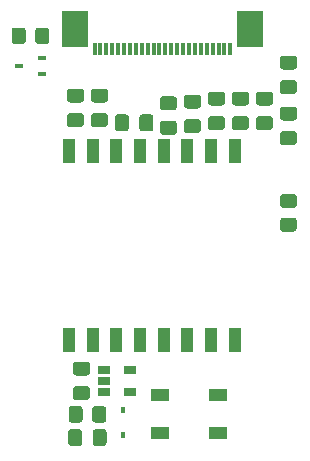
<source format=gbr>
%TF.GenerationSoftware,KiCad,Pcbnew,(5.1.10)-1*%
%TF.CreationDate,2022-01-07T18:41:24+01:00*%
%TF.ProjectId,M5StampC3,4d355374-616d-4704-9333-2e6b69636164,rev?*%
%TF.SameCoordinates,Original*%
%TF.FileFunction,Paste,Top*%
%TF.FilePolarity,Positive*%
%FSLAX46Y46*%
G04 Gerber Fmt 4.6, Leading zero omitted, Abs format (unit mm)*
G04 Created by KiCad (PCBNEW (5.1.10)-1) date 2022-01-07 18:41:24*
%MOMM*%
%LPD*%
G01*
G04 APERTURE LIST*
%ADD10R,0.450000X0.600000*%
%ADD11R,1.000000X2.000000*%
%ADD12R,1.500000X1.000000*%
%ADD13R,1.060000X0.650000*%
%ADD14R,2.300000X3.100000*%
%ADD15R,0.300000X1.100000*%
%ADD16R,0.700000X0.450000*%
G04 APERTURE END LIST*
D10*
%TO.C,D4*%
X123190000Y-75150000D03*
X123190000Y-77250000D03*
%TD*%
D11*
%TO.C,U3*%
X132600000Y-69214000D03*
X130600000Y-69214000D03*
X128600000Y-69214000D03*
X126600000Y-69214000D03*
X124600000Y-69214000D03*
X122600000Y-69214000D03*
X120600000Y-69214000D03*
X118600000Y-69214000D03*
X118600000Y-53214000D03*
X120600000Y-53214000D03*
X122600000Y-53214000D03*
X124600000Y-53214000D03*
X126600000Y-53214000D03*
X128600000Y-53214000D03*
X130600000Y-53214000D03*
X132600000Y-53214000D03*
%TD*%
%TO.C,R4*%
G36*
G01*
X136709999Y-58820000D02*
X137610001Y-58820000D01*
G75*
G02*
X137860000Y-59069999I0J-249999D01*
G01*
X137860000Y-59770001D01*
G75*
G02*
X137610001Y-60020000I-249999J0D01*
G01*
X136709999Y-60020000D01*
G75*
G02*
X136460000Y-59770001I0J249999D01*
G01*
X136460000Y-59069999D01*
G75*
G02*
X136709999Y-58820000I249999J0D01*
G01*
G37*
G36*
G01*
X136709999Y-56820000D02*
X137610001Y-56820000D01*
G75*
G02*
X137860000Y-57069999I0J-249999D01*
G01*
X137860000Y-57770001D01*
G75*
G02*
X137610001Y-58020000I-249999J0D01*
G01*
X136709999Y-58020000D01*
G75*
G02*
X136460000Y-57770001I0J249999D01*
G01*
X136460000Y-57069999D01*
G75*
G02*
X136709999Y-56820000I249999J0D01*
G01*
G37*
%TD*%
D12*
%TO.C,D5*%
X126328000Y-73838000D03*
X126328000Y-77038000D03*
X131228000Y-73838000D03*
X131228000Y-77038000D03*
%TD*%
D13*
%TO.C,U1*%
X123782000Y-71694000D03*
X123782000Y-73594000D03*
X121582000Y-73594000D03*
X121582000Y-72644000D03*
X121582000Y-71694000D03*
%TD*%
%TO.C,R3*%
G36*
G01*
X120542000Y-75930001D02*
X120542000Y-75029999D01*
G75*
G02*
X120791999Y-74780000I249999J0D01*
G01*
X121492001Y-74780000D01*
G75*
G02*
X121742000Y-75029999I0J-249999D01*
G01*
X121742000Y-75930001D01*
G75*
G02*
X121492001Y-76180000I-249999J0D01*
G01*
X120791999Y-76180000D01*
G75*
G02*
X120542000Y-75930001I0J249999D01*
G01*
G37*
G36*
G01*
X118542000Y-75930001D02*
X118542000Y-75029999D01*
G75*
G02*
X118791999Y-74780000I249999J0D01*
G01*
X119492001Y-74780000D01*
G75*
G02*
X119742000Y-75029999I0J-249999D01*
G01*
X119742000Y-75930001D01*
G75*
G02*
X119492001Y-76180000I-249999J0D01*
G01*
X118791999Y-76180000D01*
G75*
G02*
X118542000Y-75930001I0J249999D01*
G01*
G37*
%TD*%
%TO.C,C14*%
G36*
G01*
X119692000Y-76975000D02*
X119692000Y-77925000D01*
G75*
G02*
X119442000Y-78175000I-250000J0D01*
G01*
X118767000Y-78175000D01*
G75*
G02*
X118517000Y-77925000I0J250000D01*
G01*
X118517000Y-76975000D01*
G75*
G02*
X118767000Y-76725000I250000J0D01*
G01*
X119442000Y-76725000D01*
G75*
G02*
X119692000Y-76975000I0J-250000D01*
G01*
G37*
G36*
G01*
X121767000Y-76975000D02*
X121767000Y-77925000D01*
G75*
G02*
X121517000Y-78175000I-250000J0D01*
G01*
X120842000Y-78175000D01*
G75*
G02*
X120592000Y-77925000I0J250000D01*
G01*
X120592000Y-76975000D01*
G75*
G02*
X120842000Y-76725000I250000J0D01*
G01*
X121517000Y-76725000D01*
G75*
G02*
X121767000Y-76975000I0J-250000D01*
G01*
G37*
%TD*%
%TO.C,C13*%
G36*
G01*
X119159000Y-73094000D02*
X120109000Y-73094000D01*
G75*
G02*
X120359000Y-73344000I0J-250000D01*
G01*
X120359000Y-74019000D01*
G75*
G02*
X120109000Y-74269000I-250000J0D01*
G01*
X119159000Y-74269000D01*
G75*
G02*
X118909000Y-74019000I0J250000D01*
G01*
X118909000Y-73344000D01*
G75*
G02*
X119159000Y-73094000I250000J0D01*
G01*
G37*
G36*
G01*
X119159000Y-71019000D02*
X120109000Y-71019000D01*
G75*
G02*
X120359000Y-71269000I0J-250000D01*
G01*
X120359000Y-71944000D01*
G75*
G02*
X120109000Y-72194000I-250000J0D01*
G01*
X119159000Y-72194000D01*
G75*
G02*
X118909000Y-71944000I0J250000D01*
G01*
X118909000Y-71269000D01*
G75*
G02*
X119159000Y-71019000I250000J0D01*
G01*
G37*
%TD*%
D14*
%TO.C,U2*%
X119072000Y-42870000D03*
X133912000Y-42870000D03*
D15*
X120742000Y-44570000D03*
X121242000Y-44570000D03*
X121742000Y-44570000D03*
X122242000Y-44570000D03*
X122742000Y-44570000D03*
X123242000Y-44570000D03*
X123742000Y-44570000D03*
X124242000Y-44570000D03*
X124742000Y-44570000D03*
X125242000Y-44570000D03*
X125742000Y-44570000D03*
X126242000Y-44570000D03*
X126742000Y-44570000D03*
X127242000Y-44570000D03*
X127742000Y-44570000D03*
X128242000Y-44570000D03*
X128742000Y-44570000D03*
X129242000Y-44570000D03*
X129742000Y-44570000D03*
X130242000Y-44570000D03*
X130742000Y-44570000D03*
X131242000Y-44570000D03*
X131742000Y-44570000D03*
X132242000Y-44570000D03*
%TD*%
D16*
%TO.C,Q1*%
X114316000Y-45974000D03*
X116316000Y-45324000D03*
X116316000Y-46624000D03*
%TD*%
%TO.C,R1*%
G36*
G01*
X115716000Y-43884001D02*
X115716000Y-42983999D01*
G75*
G02*
X115965999Y-42734000I249999J0D01*
G01*
X116666001Y-42734000D01*
G75*
G02*
X116916000Y-42983999I0J-249999D01*
G01*
X116916000Y-43884001D01*
G75*
G02*
X116666001Y-44134000I-249999J0D01*
G01*
X115965999Y-44134000D01*
G75*
G02*
X115716000Y-43884001I0J249999D01*
G01*
G37*
G36*
G01*
X113716000Y-43884001D02*
X113716000Y-42983999D01*
G75*
G02*
X113965999Y-42734000I249999J0D01*
G01*
X114666001Y-42734000D01*
G75*
G02*
X114916000Y-42983999I0J-249999D01*
G01*
X114916000Y-43884001D01*
G75*
G02*
X114666001Y-44134000I-249999J0D01*
G01*
X113965999Y-44134000D01*
G75*
G02*
X113716000Y-43884001I0J249999D01*
G01*
G37*
%TD*%
%TO.C,C9*%
G36*
G01*
X121633000Y-49080000D02*
X120683000Y-49080000D01*
G75*
G02*
X120433000Y-48830000I0J250000D01*
G01*
X120433000Y-48155000D01*
G75*
G02*
X120683000Y-47905000I250000J0D01*
G01*
X121633000Y-47905000D01*
G75*
G02*
X121883000Y-48155000I0J-250000D01*
G01*
X121883000Y-48830000D01*
G75*
G02*
X121633000Y-49080000I-250000J0D01*
G01*
G37*
G36*
G01*
X121633000Y-51155000D02*
X120683000Y-51155000D01*
G75*
G02*
X120433000Y-50905000I0J250000D01*
G01*
X120433000Y-50230000D01*
G75*
G02*
X120683000Y-49980000I250000J0D01*
G01*
X121633000Y-49980000D01*
G75*
G02*
X121883000Y-50230000I0J-250000D01*
G01*
X121883000Y-50905000D01*
G75*
G02*
X121633000Y-51155000I-250000J0D01*
G01*
G37*
%TD*%
%TO.C,C6*%
G36*
G01*
X127475000Y-49730000D02*
X126525000Y-49730000D01*
G75*
G02*
X126275000Y-49480000I0J250000D01*
G01*
X126275000Y-48805000D01*
G75*
G02*
X126525000Y-48555000I250000J0D01*
G01*
X127475000Y-48555000D01*
G75*
G02*
X127725000Y-48805000I0J-250000D01*
G01*
X127725000Y-49480000D01*
G75*
G02*
X127475000Y-49730000I-250000J0D01*
G01*
G37*
G36*
G01*
X127475000Y-51805000D02*
X126525000Y-51805000D01*
G75*
G02*
X126275000Y-51555000I0J250000D01*
G01*
X126275000Y-50880000D01*
G75*
G02*
X126525000Y-50630000I250000J0D01*
G01*
X127475000Y-50630000D01*
G75*
G02*
X127725000Y-50880000I0J-250000D01*
G01*
X127725000Y-51555000D01*
G75*
G02*
X127475000Y-51805000I-250000J0D01*
G01*
G37*
%TD*%
%TO.C,C4*%
G36*
G01*
X131539000Y-49334000D02*
X130589000Y-49334000D01*
G75*
G02*
X130339000Y-49084000I0J250000D01*
G01*
X130339000Y-48409000D01*
G75*
G02*
X130589000Y-48159000I250000J0D01*
G01*
X131539000Y-48159000D01*
G75*
G02*
X131789000Y-48409000I0J-250000D01*
G01*
X131789000Y-49084000D01*
G75*
G02*
X131539000Y-49334000I-250000J0D01*
G01*
G37*
G36*
G01*
X131539000Y-51409000D02*
X130589000Y-51409000D01*
G75*
G02*
X130339000Y-51159000I0J250000D01*
G01*
X130339000Y-50484000D01*
G75*
G02*
X130589000Y-50234000I250000J0D01*
G01*
X131539000Y-50234000D01*
G75*
G02*
X131789000Y-50484000I0J-250000D01*
G01*
X131789000Y-51159000D01*
G75*
G02*
X131539000Y-51409000I-250000J0D01*
G01*
G37*
%TD*%
%TO.C,C2*%
G36*
G01*
X135603000Y-49334000D02*
X134653000Y-49334000D01*
G75*
G02*
X134403000Y-49084000I0J250000D01*
G01*
X134403000Y-48409000D01*
G75*
G02*
X134653000Y-48159000I250000J0D01*
G01*
X135603000Y-48159000D01*
G75*
G02*
X135853000Y-48409000I0J-250000D01*
G01*
X135853000Y-49084000D01*
G75*
G02*
X135603000Y-49334000I-250000J0D01*
G01*
G37*
G36*
G01*
X135603000Y-51409000D02*
X134653000Y-51409000D01*
G75*
G02*
X134403000Y-51159000I0J250000D01*
G01*
X134403000Y-50484000D01*
G75*
G02*
X134653000Y-50234000I250000J0D01*
G01*
X135603000Y-50234000D01*
G75*
G02*
X135853000Y-50484000I0J-250000D01*
G01*
X135853000Y-51159000D01*
G75*
G02*
X135603000Y-51409000I-250000J0D01*
G01*
G37*
%TD*%
%TO.C,C7*%
G36*
G01*
X119601000Y-49080000D02*
X118651000Y-49080000D01*
G75*
G02*
X118401000Y-48830000I0J250000D01*
G01*
X118401000Y-48155000D01*
G75*
G02*
X118651000Y-47905000I250000J0D01*
G01*
X119601000Y-47905000D01*
G75*
G02*
X119851000Y-48155000I0J-250000D01*
G01*
X119851000Y-48830000D01*
G75*
G02*
X119601000Y-49080000I-250000J0D01*
G01*
G37*
G36*
G01*
X119601000Y-51155000D02*
X118651000Y-51155000D01*
G75*
G02*
X118401000Y-50905000I0J250000D01*
G01*
X118401000Y-50230000D01*
G75*
G02*
X118651000Y-49980000I250000J0D01*
G01*
X119601000Y-49980000D01*
G75*
G02*
X119851000Y-50230000I0J-250000D01*
G01*
X119851000Y-50905000D01*
G75*
G02*
X119601000Y-51155000I-250000J0D01*
G01*
G37*
%TD*%
%TO.C,C8*%
G36*
G01*
X136685000Y-51504000D02*
X137635000Y-51504000D01*
G75*
G02*
X137885000Y-51754000I0J-250000D01*
G01*
X137885000Y-52429000D01*
G75*
G02*
X137635000Y-52679000I-250000J0D01*
G01*
X136685000Y-52679000D01*
G75*
G02*
X136435000Y-52429000I0J250000D01*
G01*
X136435000Y-51754000D01*
G75*
G02*
X136685000Y-51504000I250000J0D01*
G01*
G37*
G36*
G01*
X136685000Y-49429000D02*
X137635000Y-49429000D01*
G75*
G02*
X137885000Y-49679000I0J-250000D01*
G01*
X137885000Y-50354000D01*
G75*
G02*
X137635000Y-50604000I-250000J0D01*
G01*
X136685000Y-50604000D01*
G75*
G02*
X136435000Y-50354000I0J250000D01*
G01*
X136435000Y-49679000D01*
G75*
G02*
X136685000Y-49429000I250000J0D01*
G01*
G37*
%TD*%
%TO.C,C11*%
G36*
G01*
X124550000Y-51275000D02*
X124550000Y-50325000D01*
G75*
G02*
X124800000Y-50075000I250000J0D01*
G01*
X125475000Y-50075000D01*
G75*
G02*
X125725000Y-50325000I0J-250000D01*
G01*
X125725000Y-51275000D01*
G75*
G02*
X125475000Y-51525000I-250000J0D01*
G01*
X124800000Y-51525000D01*
G75*
G02*
X124550000Y-51275000I0J250000D01*
G01*
G37*
G36*
G01*
X122475000Y-51275000D02*
X122475000Y-50325000D01*
G75*
G02*
X122725000Y-50075000I250000J0D01*
G01*
X123400000Y-50075000D01*
G75*
G02*
X123650000Y-50325000I0J-250000D01*
G01*
X123650000Y-51275000D01*
G75*
G02*
X123400000Y-51525000I-250000J0D01*
G01*
X122725000Y-51525000D01*
G75*
G02*
X122475000Y-51275000I0J250000D01*
G01*
G37*
%TD*%
%TO.C,C5*%
G36*
G01*
X129507000Y-51663000D02*
X128557000Y-51663000D01*
G75*
G02*
X128307000Y-51413000I0J250000D01*
G01*
X128307000Y-50738000D01*
G75*
G02*
X128557000Y-50488000I250000J0D01*
G01*
X129507000Y-50488000D01*
G75*
G02*
X129757000Y-50738000I0J-250000D01*
G01*
X129757000Y-51413000D01*
G75*
G02*
X129507000Y-51663000I-250000J0D01*
G01*
G37*
G36*
G01*
X129507000Y-49588000D02*
X128557000Y-49588000D01*
G75*
G02*
X128307000Y-49338000I0J250000D01*
G01*
X128307000Y-48663000D01*
G75*
G02*
X128557000Y-48413000I250000J0D01*
G01*
X129507000Y-48413000D01*
G75*
G02*
X129757000Y-48663000I0J-250000D01*
G01*
X129757000Y-49338000D01*
G75*
G02*
X129507000Y-49588000I-250000J0D01*
G01*
G37*
%TD*%
%TO.C,C3*%
G36*
G01*
X133571000Y-49334000D02*
X132621000Y-49334000D01*
G75*
G02*
X132371000Y-49084000I0J250000D01*
G01*
X132371000Y-48409000D01*
G75*
G02*
X132621000Y-48159000I250000J0D01*
G01*
X133571000Y-48159000D01*
G75*
G02*
X133821000Y-48409000I0J-250000D01*
G01*
X133821000Y-49084000D01*
G75*
G02*
X133571000Y-49334000I-250000J0D01*
G01*
G37*
G36*
G01*
X133571000Y-51409000D02*
X132621000Y-51409000D01*
G75*
G02*
X132371000Y-51159000I0J250000D01*
G01*
X132371000Y-50484000D01*
G75*
G02*
X132621000Y-50234000I250000J0D01*
G01*
X133571000Y-50234000D01*
G75*
G02*
X133821000Y-50484000I0J-250000D01*
G01*
X133821000Y-51159000D01*
G75*
G02*
X133571000Y-51409000I-250000J0D01*
G01*
G37*
%TD*%
%TO.C,C1*%
G36*
G01*
X137635000Y-46286000D02*
X136685000Y-46286000D01*
G75*
G02*
X136435000Y-46036000I0J250000D01*
G01*
X136435000Y-45361000D01*
G75*
G02*
X136685000Y-45111000I250000J0D01*
G01*
X137635000Y-45111000D01*
G75*
G02*
X137885000Y-45361000I0J-250000D01*
G01*
X137885000Y-46036000D01*
G75*
G02*
X137635000Y-46286000I-250000J0D01*
G01*
G37*
G36*
G01*
X137635000Y-48361000D02*
X136685000Y-48361000D01*
G75*
G02*
X136435000Y-48111000I0J250000D01*
G01*
X136435000Y-47436000D01*
G75*
G02*
X136685000Y-47186000I250000J0D01*
G01*
X137635000Y-47186000D01*
G75*
G02*
X137885000Y-47436000I0J-250000D01*
G01*
X137885000Y-48111000D01*
G75*
G02*
X137635000Y-48361000I-250000J0D01*
G01*
G37*
%TD*%
M02*

</source>
